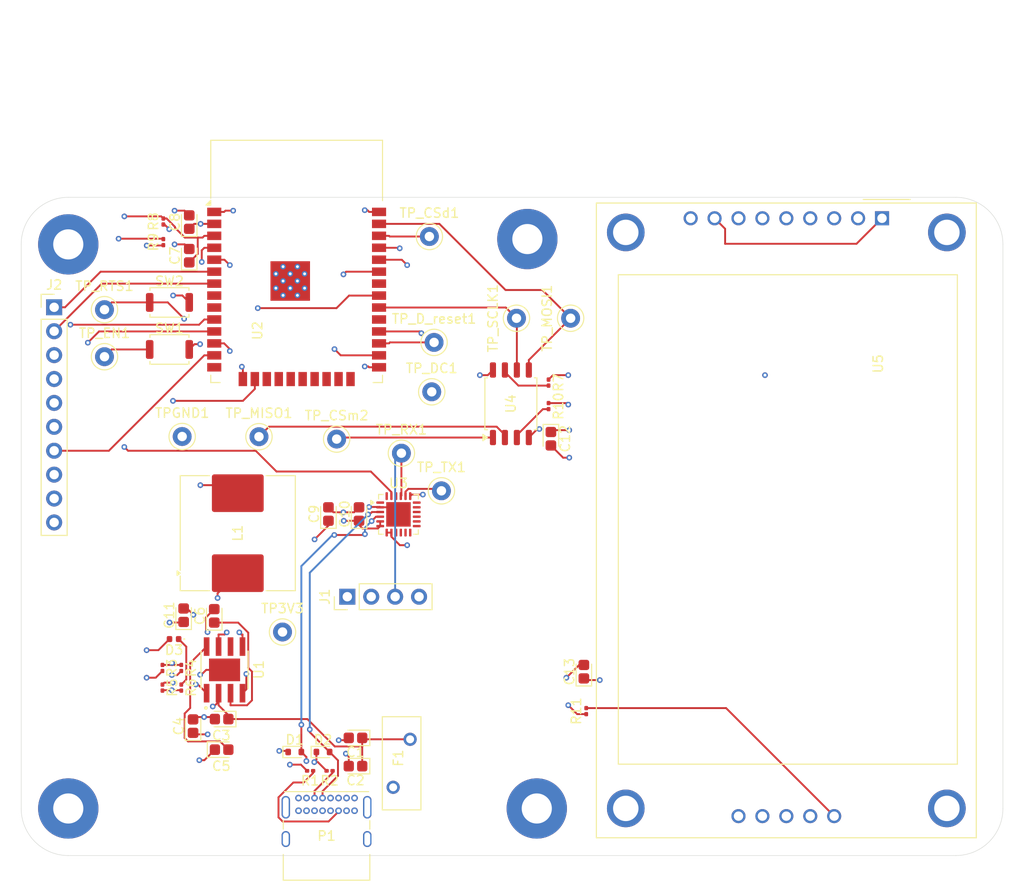
<source format=kicad_pcb>
(kicad_pcb (version 20241229) (generator "pcbnew") (generator_version "9.0")
  (layers (0 "F.Cu" signal "Top") (4 "In1.Cu" signal "GND") (6 "In2.Cu" signal "PWR") (2 "B.Cu" signal "Bottom") (13 "F.Paste" user) (15 "B.Paste" user) (5 "F.SilkS" user "F.Silkscreen") (7 "B.SilkS" user "B.Silkscreen") (1 "F.Mask" user) (3 "B.Mask" user) (25 "Edge.Cuts" user))
  (net 0 "")
  (net 1 "/5V_USB_POWER")
  (net 2 "GND")
  (net 3 "/3V3_MAIN")
  (net 4 "Net-(U1-BST)")
  (net 5 "Net-(U1-COMP)")
  (net 6 "Net-(C6-Pad2)")
  (net 7 "/DTR_EN")
  (net 8 "/D-")
  (net 9 "/D+")
  (net 10 "Net-(D3-K)")
  (net 11 "Net-(F1-Pad1)")
  (net 12 "/TX")
  (net 13 "/RX")
  (net 14 "/DA1_I1")
  (net 15 "/DA2T_IO3")
  (net 16 "/DA1_I0")
  (net 17 "/DA1_I3")
  (net 18 "/DA2C_IO1")
  (net 19 "/DA2T_IO2")
  (net 20 "/DA1_I2")
  (net 21 "/DA2T_IO1")
  (net 22 "/DA2C_IO2")
  (net 23 "/DA2T_IO0")
  (net 24 "Net-(U1-SW)")
  (net 25 "Net-(P1-CC)")
  (net 26 "Net-(P1-VCONN)")
  (net 27 "/FB")
  (net 28 "Net-(U4-~{HOLD}{slash}~{RESET}{slash}IO_{3})")
  (net 29 "/RTS_IO0")
  (net 30 "Net-(U4-~{WP}{slash}IO_{2})")
  (net 31 "Net-(U5-SD_CS)")
  (net 37 "/SCLK")
  (net 38 "/D_reset")
  (net 39 "/CSd")
  (net 40 "/CSm")
  (net 46 "/DC")
  (net 49 "/MOSI")
  (net 50 "/MISO")
  (footprint "LED_SMD:LED_0402_1005Metric" (layer "F.Cu") (at 106.985 112.5 180)
    (property "Reference" "D3")
    (property "Value" "LED" (hide yes))
  )
  (footprint "Capacitor_Tantalum_SMD:CP_EIA-1608-10_AVX-L" (layer "F.Cu") (at 147 91.215 -90)
    (property "Reference" "C12")
    (property "Value" "0.1µF" (hide yes))
  )
  (footprint "TestPoint:TestPoint_Keystone_5000-5004_Miniature" (layer "F.Cu") (at 118.5 111.75)
    (property "Reference" "TP3V3")
    (property "Value" "TestPoint" (hide yes))
  )
  (footprint "TestPoint:TestPoint_Keystone_5000-5004_Miniature" (layer "F.Cu") (at 149.095 78.4125 90)
    (property "Reference" "TP_MOSI1")
    (property "Value" "TestPoint" (hide yes))
  )
  (footprint "Resistor_SMD:R_0201_0603Metric" (layer "F.Cu") (at 105.75 117.655 -90)
    (property "Reference" "R5")
    (property "Value" "10KΩ" (hide yes))
  )
  (footprint "Package_DFN_QFN:QFN-24-1EP_4x4mm_P0.5mm_EP2.6x2.6mm" (layer "F.Cu") (at 130.8125 99.25)
    (property "Reference" "U3")
    (property "Value" "CP2102N-Axx-xQFN24" (hide yes))
  )
  (footprint "Diode_SMD:D_SOD-523" (layer "F.Cu") (at 119.8 124.5)
    (property "Reference" "D1")
    (property "Value" "ESD5Zxx" (hide yes))
  )
  (footprint "Display:CR2013-MI2120" (layer "F.Cu") (at 182.16 67.7925 -90)
    (property "Reference" "U5")
    (property "Value" "CR2013-MI2120" (hide yes))
  )
  (footprint "TestPoint:TestPoint_Keystone_5000-5004_Miniature" (layer "F.Cu") (at 134.345 86.23)
    (property "Reference" "TP_DC1")
    (property "Value" "TestPoint" (hide yes))
  )
  (footprint "Fuse:Fuse_BelFuse_0ZRE0025FF_L9.6mm_W3.8mm" (layer "F.Cu") (at 130.25 128.25 90)
    (property "Reference" "F1")
    (property "Value" "Fuse" (hide yes))
  )
  (footprint "TestPoint:TestPoint_Keystone_5000-5004_Miniature" (layer "F.Cu") (at 135.375 96.75)
    (property "Reference" "TP_TX1")
    (property "Value" "TestPoint" (hide yes))
  )
  (footprint "Package_SO:SOIC-8_5.3x5.3mm_P1.27mm" (layer "F.Cu") (at 142.75 87.5 90)
    (property "Reference" "U4")
    (property "Value" "W25Q128JVS" (hide yes))
  )
  (footprint "MountingHole:MountingHole_3.2mm_M3_Pad" (layer "F.Cu") (at 144.5 70)
    (property "Reference" "H4" (hide yes))
    (property "Value" "MountingHole" (hide yes))
  )
  (footprint "Button_Switch_SMD:SW_Push_SPST_NO_Alps_SKRK" (layer "F.Cu") (at 106.495 81.73)
    (property "Reference" "SW1")
    (property "Value" "SW_Push" (hide yes))
  )
  (footprint "Diode_SMD:D_SOD-523" (layer "F.Cu") (at 122.8 124.5)
    (property "Reference" "D2")
    (property "Value" "ESD5Zxx" (hide yes))
  )
  (footprint "TestPoint:TestPoint_Keystone_5000-5004_Miniature" (layer "F.Cu") (at 107.845 90.98)
    (property "Reference" "TPGND1")
    (property "Value" "TestPoint" (hide yes))
  )
  (footprint "Capacitor_Tantalum_SMD:CP_EIA-1608-10_AVX-L" (layer "F.Cu") (at 150.5 115.965 90)
    (property "Reference" "C13")
    (property "Value" "10uF" (hide yes))
  )
  (footprint "Capacitor_Tantalum_SMD:CP_EIA-1608-10_AVX-L" (layer "F.Cu") (at 112.035 124.25)
    (property "Reference" "C5")
    (property "Value" "22uF" (hide yes))
  )
  (footprint "Connector_PinHeader_2.54mm:PinHeader_1x04_P2.54mm_Vertical" (layer "F.Cu") (at 125.38 108 90)
    (property "Reference" "J1")
    (property "Value" "UART header")
  )
  (footprint "TestPoint:TestPoint_Keystone_5000-5004_Miniature" (layer "F.Cu") (at 99.595 77.5)
    (property "Reference" "TP_RTS1")
    (property "Value" "TestPoint" (hide yes))
  )
  (footprint "Resistor_SMD:R_0201_0603Metric" (layer "F.Cu") (at 105.75 115.57 90)
    (property "Reference" "R3")
    (property "Value" "31KΩ" (hide yes))
  )
  (footprint "TestPoint:TestPoint_Keystone_5000-5004_Miniature" (layer "F.Cu") (at 131.125 92.75)
    (property "Reference" "TP_RX1")
    (property "Value" "TestPoint" (hide yes))
  )
  (footprint "Connector_USB:USB_C_Receptacle_GCT_USB4085" (layer "F.Cu") (at 120.2 129.39)
    (property "Reference" "P1")
    (property "Value" "USB_C_Plug_USB2.0" (hide yes))
  )
  (footprint "Resistor_SMD:R_0201_0603Metric" (layer "F.Cu") (at 121.43 126.5 180)
    (property "Reference" "R1")
    (property "Value" "5.1KΩ" (hide yes))
  )
  (footprint "Resistor_SMD:R_0201_0603Metric" (layer "F.Cu") (at 105.845 70.325 90)
    (property "Reference" "R9")
    (property "Value" "10KΩ" (hide yes))
  )
  (footprint "TestPoint:TestPoint_Keystone_5000-5004_Miniature" (layer "F.Cu") (at 124.25 91.25)
    (property "Reference" "TP_CSm2")
    (property "Value" "TestPoint" (hide yes))
  )
  (footprint "TestPoint:TestPoint_Keystone_5000-5004_Miniature" (layer "F.Cu") (at 143.345 78.4125 90)
    (property "Reference" "TP_SCLK1")
    (property "Value" "TestPoint" (hide yes))
  )
  (footprint "Resistor_SMD:R_0201_0603Metric" (layer "F.Cu") (at 105.845 68.135 90)
    (property "Reference" "R8")
    (property "Value" "10KΩ" (hide yes))
  )
  (footprint "Capacitor_Tantalum_SMD:CP_EIA-1608-10_AVX-L" (layer "F.Cu") (at 126.25 123 180)
    (property "Reference" "C1")
    (property "Value" "10uF" (hide yes))
  )
  (footprint "Capacitor_Tantalum_SMD:CP_EIA-1608-10_AVX-L" (layer "F.Cu") (at 108.595 68.195 90)
    (property "Reference" "C8")
    (property "Value" "0.1µF" (hide yes))
  )
  (footprint "Capacitor_Tantalum_SMD:CP_EIA-1608-10_AVX-L" (layer "F.Cu") (at 123.375 99.215 90)
    (property "Reference" "C9")
    (property "Value" "0.1µF" (hide yes))
  )
  (footprint "Resistor_SMD:R_0201_0603Metric" (layer "F.Cu") (at 107.75 117.655 -90)
    (property "Reference" "R6")
    (property "Value" "1KΩ" (hide yes))
  )
  (footprint "Capacitor_Tantalum_SMD:CP_EIA-1608-10_AVX-L" (layer "F.Cu") (at 126.25 126 180)
    (property "Reference" "C2")
    (property "Value" "0.1uF" (hide yes))
  )
  (footprint "TestPoint:TestPoint_Keystone_5000-5004_Miniature" (layer "F.Cu") (at 99.595 82.5)
    (property "Reference" "TP_EN1")
    (property "Value" "TestPoint" (hide yes))
  )
  (footprint "Resistor_SMD:R_0201_0603Metric" (layer "F.Cu") (at 146.75 87.75 -90)
    (property "Reference" "R10")
    (property "Value" "10KΩ" (hide yes))
  )
  (footprint "Capacitor_Tantalum_SMD:CP_EIA-1608-10_AVX-L" (layer "F.Cu") (at 126.625 99.215 90)
    (property "Reference" "C10")
    (property "Value" "0.1µF" (hide yes))
  )
  (footprint "Button_Switch_SMD:SW_Push_SPST_NO_Alps_SKRK" (layer "F.Cu") (at 106.495 76.73)
    (property "Reference" "SW2")
    (property "Value" "SW_Push" (hide yes))
  )
  (footprint "TestPoint:TestPoint_Keystone_5000-5004_Miniature" (layer "F.Cu") (at 116 91)
    (property "Reference" "TP_MISO1")
    (property "Value" "TestPoint" (hide yes))
  )
  (footprint "MountingHole:MountingHole_3.2mm_M3_Pad" (layer "F.Cu") (at 95.75 70.565)
    (property "Reference" "H2" (hide yes))
    (property "Value" "MountingHole" (hide yes))
  )
  (footprint "TestPoint:TestPoint_Keystone_5000-5004_Miniature" (layer "F.Cu") (at 134.095 69.73)
    (property "Reference" "TP_CSd1")
    (property "Value" "TestPoint" (hide yes))
  )
  (footprint "Resistor_SMD:R_0201_0603Metric" (layer "F.Cu") (at 150.75 120.155 90)
    (property "Reference" "R11")
    (property "Value" "10KΩ" (hide yes))
  )
  (footprint "MountingHole:MountingHole_3.2mm_M3_Pad" (layer "F.Cu") (at 145.5 130.5)
    (property "Reference" "H3" (hide yes))
    (property "Value" "MountingHole" (hide yes))
  )
  (footprint "Resistor_SMD:R_0201_0603Metric" (layer "F.Cu") (at 107.75 115.57 -90)
    (property "Reference" "R4")
    (property "Value" "100KΩ" (hide yes))
  )
  (footprint "Capacitor_Tantalum_SMD:CP_EIA-1608-10_AVX-L" (layer "F.Cu") (at 108 109.965 90)
    (property "Reference" "C11")
    (property "Value" "22uF" (hide yes))
  )
  (footprint "MountingHole:MountingHole_3.2mm_M3_Pad" (layer "F.Cu") (at 95.75 130.5)
    (property "Reference" "H1" (hide yes))
    (property "Value" "MountingHole" (hide yes))
  )
  (footprint "Inductor_SMD:L_Coilcraft_MSS1246H-XXX" (layer "F.Cu") (at 113.75 101.25 90)
    (property "Reference" "L1")
    (property "Value" "3uH" (hide yes))
  )
  (footprint "Capacitor_Tantalum_SMD:CP_EIA-1608-10_AVX-L" (layer "F.Cu") (at 108.595 71.765 90)
    (property "Reference" "C7")
    (property "Value" "100nF" (hide yes))
  )
  (footprint "RF_Module:ESP32-WROOM-32" (layer "F.Cu") (at 120 75.365)
    (property "Reference" "U2")
    (property "Value" "ESP32-WROOM-32")
  )
  (footprint "TestPoint:TestPoint_Keystone_5000-5004_Miniature" (layer "F.Cu") (at 134.595 80.98)
    (property "Reference" "TP_D_reset1")
    (property "Value" "TestPoint" (hide yes))
  )
  (footprint "Capacitor_Tantalum_SMD:CP_EIA-1608-10_AVX-L" (layer "F.Cu") (at 112.035 121 180)
    (property "Reference" "C3")
    (property "Value" "10uF" (hide yes))
  )
  (footprint "Capacitor_Tantalum_SMD:CP_EIA-1608-10_AVX-L" (layer "F.Cu") (at 109 121.75 90)
    (property "Reference" "C4")
    (property "Value" "22uF" (hide yes))
  )
  (footprint "Capacitor_Tantalum_SMD:CP_EIA-1608-10_AVX-L" (layer "F.Cu") (at 111.25 110.035 90)
    (property "Reference" "C6")
    (property "Value" "10nF" (hide yes))
  )
  (footprint "Resistor_SMD:R_0201_0603Metric" (layer "F.Cu") (at 123.5 126.5 180)
    (property "Reference" "R2")
    (property "Value" "5.1KΩ" (hide yes))
  )
  (footprint "MP1584EN_Buck_convertor:MP1584EN_Buck_convertor" (layer "F.Cu") (at 112.345 115.775 90)
    (property "Reference" "U1")
    (property "Value" "MP1584EN-LF-Z" (hide yes))
  )
  (footprint "Connector_PinHeader_2.54mm:PinHeader_1x10_P2.54mm_Vertical" (layer "F.Cu") (at 94.25 77.25)
    (property "Reference" "J2")
    (property "Value" "GPIO")
  )
  (footprint "Resistor_SMD:R_0201_0603Metric" (layer "F.Cu") (at 146.75 85.25 -90)
    (property "Reference" "R7")
    (property "Value" "10KΩ" (hide yes))
  )
  (gr_arc (start 95.75 135.5) (mid 92.214466 134.035534) (end 90.75 130.5) (stroke (width 0.05)) (layer "Edge.Cuts"))
  (gr_line (start 195 70.565) (end 195 130.5) (stroke (width 0.05)) (layer "Edge.Cuts"))
  (gr_arc (start 195 130.5) (mid 193.535534 134.035534) (end 190 135.5) (stroke (width 0.05)) (layer "Edge.Cuts"))
  (gr_line (start 95.75 65.565) (end 190 65.565) (stroke (width 0.05)) (layer "Edge.Cuts"))
  (gr_line (start 190 135.5) (end 95.75 135.5) (stroke (width 0.05)) (layer "Edge.Cuts"))
  (gr_line (start 90.75 130.5) (end 90.75 70.565) (stroke (width 0.05)) (layer "Edge.Cuts"))
  (gr_arc (start 190 65.565) (mid 193.535534 67.029466) (end 195 70.565) (stroke (width 0.05)) (layer "Edge.Cuts"))
  (gr_arc (start 90.75 70.565) (mid 92.214466 67.029466) (end 95.75 65.565) (stroke (width 0.05)) (layer "Edge.Cuts"))
  (segment (start 132.05 123.15) (end 127.115 123.15) (width 0.2) (layer "F.Cu") (net 1))
  (segment (start 112.75 120.5767) (end 111.71 119.5367) (width 0.2) (layer "F.Cu") (net 1))
  (segment (start 111.71 112.0133) (end 112.3538 112.0133) (width 0.2) (layer "F.Cu") (net 1))
  (segment (start 126.965 123.9084) (end 124.0469 123.9084) (width 0.2) (layer "F.Cu") (net 1))
  (segment (start 126.965 123.9084) (end 126.965 123) (width 0.2) (layer "F.Cu") (net 1))
  (segment (start 112.3538 112.0133) (end 112.5759 111.7912) (width 0.2) (layer "F.Cu") (net 1))
  (segment (start 112.75 121) (end 112.75 120.5767) (width 0.2) (layer "F.Cu") (net 1))
  (segment (start 130.9643 102.5274) (end 131.7389 102.5274) (width 0.2) (layer "F.Cu") (net 1))
  (segment (start 121.1385 121) (end 112.75 121) (width 0.2) (layer "F.Cu") (net 1))
  (segment (start 111.71 113.3) (end 111.71 112.0133) (width 0.2) (layer "F.Cu") (net 1))
  (segment (start 130.0625 101.6256) (end 130.9643 102.5274) (width 0.2) (layer "F.Cu") (net 1))
  (segment (start 130.0625 101.1875) (end 129.5625 101.1875) (width 0.2) (layer "F.Cu") (net 1))
  (segment (start 111.71 119.1647) (end 111.71 119.5367) (width 0.2) (layer "F.Cu") (net 1))
  (segment (start 111.71 118.25) (end 111.71 119.1647) (width 0.2) (layer "F.Cu") (net 1))
  (segment (start 111.2142 119.6605) (end 111.71 119.1647) (width 0.2) (layer "F.Cu") (net 1))
  (segment (start 130.0625 101.1875) (end 130.0625 101.6256) (width 0.2) (layer "F.Cu") (net 1))
  (segment (start 127.115 123.15) (end 126.965 123) (width 0.2) (layer "F.Cu") (net 1))
  (segment (start 126.965 126) (end 126.965 123.9084) (width 0.2) (layer "F.Cu") (net 1))
  (segment (start 124.0469 123.9084) (end 121.1385 121) (width 0.2) (layer "F.Cu") (net 1))
  (segment (start 111.0912 119.6605) (end 111.2142 119.6605) (width 0.2) (layer "F.Cu") (net 1))
  (via (at 112.5759 111.7912) (size 0.6) (drill 0.3) (layers "F.Cu" "B.Cu") (net 1))
  (via (at 111.0912 119.6605) (size 0.6) (drill 0.3) (layers "F.Cu" "B.Cu") (net 1))
  (via (at 131.7389 102.5274) (size 0.6) (drill 0.3) (layers "F.Cu" "B.Cu") (net 1))
  (segment (start 113.2622 66.981) (end 112.4357 66.981) (width 0.2) (layer "F.Cu") (net 2))
  (segment (start 122.1 125.3502) (end 122.1 124.5) (width 0.2) (layer "F.Cu") (net 2))
  (segment (start 106.75 116.3202) (end 107.3198 116.3202) (width 0.2) (layer "F.Cu") (net 2))
  (segment (start 106.75 117.9348) (end 107.7098 117.9348) (width 0.2) (layer "F.Cu") (net 2))
  (segment (start 118.9807 124.3807) (end 119.1 124.5) (width 0.2) (layer "F.Cu") (net 2))
  (segment (start 125.2266 124.6724) (end 125.535 124.9808) (width 0.2) (layer "F.Cu") (net 2))
  (segment (start 114.1822 83.5618) (end 114.29 83.6696) (width 0.2) (layer "F.Cu") (net 2))
  (segment (start 107.7098 117.9348) (end 107.75 117.975) (width 0.2) (layer "F.Cu") (net 2))
  (segment (start 130.8125 99.25) (end 130.0625 98.5) (width 0.2) (layer "F.Cu") (net 2))
  (segment (start 109.2502 120.7848) (end 109 121.035) (width 0.2) (layer "F.Cu") (net 2))
  (segment (start 109.8835 116.2848) (end 110.3933 115.775) (width 0.2) (layer "F.Cu") (net 2))
  (segment (start 148.951 93.2266) (end 148.2966 93.2266) (width 0.2) (layer "F.Cu") (net 2))
  (segment (start 126.0921 99.0329) (end 126.625 98.5) (width 0.2) (layer "F.Cu") (net 2))
  (segment (start 110.17 120.7848) (end 109.2502 120.7848) (width 0.2) (layer "F.Cu") (net 2))
  (segment (start 107.0372 66.981) (end 108.096 66.981) (width 0.2) (layer "F.Cu") (net 2))
  (segment (start 148.6429 116.605) (end 149.9979 115.25) (width 0.2) (layer "F.Cu") (net 2))
  (segment (start 112.345 115.775) (end 110.3933 115.775) (width 0.2) (layer "F.Cu") (net 2))
  (segment (start 113.9116 111.7879) (end 114.137 112.0133) (width 0.2) (layer "F.Cu") (net 2))
  (segment (start 118.5575 74.455) (end 117.795 74.455) (width 0.2) (layer "F.Cu") (net 2))
  (segment (start 109.7479 81.1656) (end 109.1594 81.1656) (width 0.2) (layer "F.Cu") (net 2))
  (segment (start 145.5616 90.1809) (end 144.655 91.0875) (width 0.2) (layer "F.Cu") (net 2))
  (segment (start 122.2551 125.5751) (end 123.18 126.5) (width 0.2) (layer "F.Cu") (net 2))
  (segment (start 127.5133 66.93) (end 127.6983 67.115) (width 0.2) (layer "F.Cu") (net 2))
  (segment (start 118.5575 72.93) (end 117.795 72.93) (width 0.2) (layer "F.Cu") (net 2))
  (segment (start 107.8595 75.9945) (end 108.595 76.73) (width 0.2) (layer "F.Cu") (net 2))
  (segment (start 119.283 125.8418) (end 120.4518 125.8418) (width 0.2) (layer "F.Cu") (net 2))
  (segment (start 120.0825 72.93) (end 120.845 72.93) (width 0.2) (layer "F.Cu") (net 2))
  (segment (start 120.0825 74.455) (end 119.32 74.455) (width 0.2) (layer "F.Cu") (net 2))
  (segment (start 127.7002 98.4643) (end 128.8393 98.4643) (width 0.2) (layer "F.Cu") (net 2))
  (segment (start 125.289 123.246) (end 125.535 123) (width 0.2) (layer "F.Cu") (net 2))
  (segment (start 105.7902 117.9348) (end 106.75 117.9348) (width 0.2) (layer "F.Cu") (net 2))
  (segment (start 124.4642 123.246) (end 125.289 123.246) (width 0.2) (layer "F.Cu") (net 2))
  (segment (start 108.3682 109.25) (end 109.037 109.9188) (width 0.2) (layer "F.Cu") (net 2))
  (segment (start 127.7002 98.4643) (end 127.9138 98.4643) (width 0.2) (layer "F.Cu") (net 2))
  (segment (start 121.8751 125.5751) (end 122.2551 125.5751) (width 0.2) (layer "F.Cu") (net 2))
  (segment (start 120.4518 125.8418) (end 121.11 126.5) (width 0.2) (layer "F.Cu") (net 2))
  (segment (start 118.1541 124.3807) (end 118.9807 124.3807) (width 0.2) (layer "F.Cu") (net 2))
  (segment (start 111.32 121) (end 111.1048 120.7848) (width 0.2) (layer "F.Cu") (net 2))
  (segment (start 114.25 113.3) (end 114.25 112.0133) (width 0.2) (layer "F.Cu") (net 2))
  (segment (start 123.375 98.5) (end 123.9079 99.0329) (width 0.2) (layer "F.Cu") (net 2))
  (segment (start 111.25 67.115) (end 112.3017 67.115) (width 0.2) (layer "F.Cu") (net 2))
  (segment (start 107.0372 70.5642) (end 108.1092 70.5642) (width 0.2) (layer "F.Cu") (net 2))
  (segment (start 128.75 67.115) (end 127.6983 67.115) (width 0.2) (layer "F.Cu") (net 2))
  (segment (start 145.7746 90.1809) (end 145.5616 90.1809) (width 0.2) (layer "F.Cu") (net 2))
  (segment (start 108 109.25) (end 108.3682 109.25) (width 0.2) (layer "F.Cu") (net 2))
  (segment (start 107.3198 116.3202) (end 107.75 115.89) (width 0.2) (layer "F.Cu") (net 2))
  (segment (start 127.2308 66.93) (end 127.5133 66.93) (width 0.2) (layer "F.Cu") (net 2))
  (segment (start 124.9617 99.0329) (end 126.0921 99.0329) (width 0.2) (layer "F.Cu") (net 2))
  (segment (start 109.1594 81.1656) (end 108.595 81.73) (width 0.2) (layer "F.Cu") (net 2))
  (segment (start 120.0825 75.98) (end 119.32 75.98) (width 0.2) (layer "F.Cu") (net 2))
  (segment (start 112.4357 66.981) (end 112.3017 67.115) (width 0.2) (layer "F.Cu") (net 2))
  (segment (start 121.8751 125.5751) (end 122.1 125.3502) (width 0.2) (layer "F.Cu") (net 2))
  (segment (start 114.137 112.0133) (end 114.25 112.0133) (width 0.2) (layer "F.Cu") (net 2))
  (segment (start 111.1048 120.7848) (end 110.17 120.7848) (width 0.2) (layer "F.Cu") (net 2))
  (segment (start 148.2966 93.2266) (end 147 91.93) (width 0.2) (layer "F.Cu") (net 2))
  (segment (start 106.8829 75.9945) (end 107.8595 75.9945) (width 0.2) (layer "F.Cu") (net 2))
  (segment (start 114.29 83.6696) (end 114.29 84.875) (width 0.2) (layer "F.Cu") (net 2))
  (segment (start 108.096 66.981) (end 108.595 67.48) (width 0.2) (layer "F.Cu") (net 2))
  (segment (start 127.9138 98.4643) (end 127.7002 98.4643) (width 0.2) (layer "F.Cu") (net 2))
  (segment (start 128.8393 98.4643) (end 128.875 98.5) (width 0.2) (layer "F.Cu") (net 2))
  (segment (start 109.7502 116.2848) (end 109.8835 116.2848) (width 0.2) (layer "F.Cu") (net 2))
  (segment (start 149.9979 115.25) (end 150.5 115.25) (width 0.2) (layer "F.Cu") (net 2))
  (segment (start 118.5575 75.98) (end 117.795 75.98) (width 0.2) (layer "F.Cu") (net 2))
  (segment (start 123.9079 99.0329) (end 124.9617 99.0329) (width 0.2) (layer "F.Cu") (net 2))
  (segment (start 125.535 124.9808) (end 125.535 126) (width 0.2) (layer "F.Cu") (net 2))
  (segment (start 108.1092 70.5642) (end 108.595 71.05) (width 0.2) (layer "F.Cu") (net 2))
  (segment (start 105.75 117.975) (end 105.7902 117.9348) (width 0.2) (layer "F.Cu") (net 2))
  (segment (start 130.0625 98.5) (end 128.875 98.5) (width 0.2) (layer "F.Cu") (net 2))
  (via (at 114.1822 83.5618) (size 0.6) (drill 0.3) (layers "F.Cu" "B.Cu") (net 2))
  (via (at 145.7746 90.1809) (size 0.6) (drill 0.3) (layers "F.Cu" "B.Cu") (net 2))
  (via (at 124.9617 99.0329) (size 0.6) (drill 0.3) (layers "F.Cu" "B.Cu") (net 2))
  (via (at 113.9116 111.7879) (size 0.6) (drill 0.3) (layers "F.Cu" "B.Cu") (net 2))
  (via (at 121.8751 125.5751) (size 0.6) (drill 0.3) (layers "F.Cu" "B.Cu") (net 2))
  (via (at 107.0372 70.5642) (size 0.6) (drill 0.3) (layers "F.Cu" "B.Cu") (net 2))
  (via (at 148.951 93.2266) (size 0.6) (drill 0.3) (layers "F.Cu" "B.Cu") (net 2))
  (via (at 106.75 116.3202) (size 0.6) (drill 0.3) (layers "F.Cu" "B.Cu") (net 2))
  (via (at 107.0372 66.981) (size 0.6) (drill 0.3) (layers "F.Cu" "B.Cu") (net 2))
  (via (at 119.283 125.8418) (size 0.6) (drill 0.3) (layers "F.Cu" "B.Cu") (net 2))
  (via (at 110.17 120.7848) (size 0.6) (drill 0.3) (layers "F.Cu" "B.Cu") (net 2))
  (via (at 106.75 117.9348) (size 0.6) (drill 0.3) (layers "F.Cu" "B.Cu") (net 2))
  (via (at 106.8829 75.9945) (size 0.6) (drill 0.3) (layers "F.Cu" "B.Cu") (net 2))
  (via (at 127.2308 66.93) (size 0.6) (drill 0.3) (layers "F.Cu" "B.Cu") (net 2))
  (via (at 118.1541 124.3807) (size 0.6) (drill 0.3) (layers "F.Cu" "B.Cu") (net 2))
  (via (at 109.7479 81.1656) (size 0.6) (drill 0.3) (layers "F.Cu" "B.Cu") (net 2))
  (via (at 113.2622 66.981) (size 0.6) (drill 0.3) (layers "F.Cu" "B.Cu") (net 2))
  (via (at 109.037 109.9188) (size 0.6) (drill 0.3) (layers "F.Cu" "B.Cu") (net 2))
  (via (at 109.7502 116.2848) (size 0.6) (drill 0.3) (layers "F.Cu" "B.Cu") (net 2))
  (via (at 125.2266 124.6724) (size 0.6) (drill 0.3) (layers "F.Cu" "B.Cu") (net 2))
  (via (at 127.7002 98.4643) (size 0.6) (drill 0.3) (layers "F.Cu" "B.Cu") (net 2))
  (via (at 124.4642 123.246) (size 0.6) (drill 0.3) (layers "F.Cu" "B.Cu") (net 2))
  (via (at 148.6429 116.605) (size 0.6) (drill 0.3) (layers "F.Cu" "B.Cu") (net 2))
  (segment (start 109.8024 68.385) (end 109.12 68.385) (width 0.2) (layer "F.Cu") (net 3))
  (segment (start 109.12 68.385) (end 108.595 68.91) (width 0.2) (layer "F.Cu") (net 3))
  (segment (start 105.8057 70.6843) (end 105.845 70.645) (width 0.2) (layer "F.Cu") (net 3))
  (segment (start 109.1584 122.6234) (end 109 122.465) (width 0.2) (layer "F.Cu") (net 3))
  (segment (start 148.8439 119.5273) (end 149.7916 120.475) (width 0.2) (layer "F.Cu") (net 3))
  (segment (start 121.9042 101.9126) (end 123.375 100.4418) (width 0.2) (layer "F.Cu") (net 3))
  (segment (start 149.7916 120.475) (end 150.75 120.475) (width 0.2) (layer "F.Cu") (net 3))
  (segment (start 104.0794 70.6843) (end 105.8057 70.6843) (width 0.2) (layer "F.Cu") (net 3))
  (segment (start 148.6873 87.43) (end 146.75 87.43) (width 0.2) (layer "F.Cu") (net 3))
  (segment (start 105.9717 68.455) (end 106.4704 68.9537) (width 0.2) (layer "F.Cu") (net 3))
  (segment (start 106.5 112.5) (end 105.3173 113.6827) (width 0.2) (layer "F.Cu") (net 3))
  (segment (start 165.5 68.9125) (end 164.38 67.7925) (width 0.2) (layer "F.Cu") (net 3))
  (segment (start 105.845 68.455) (end 105.9717 68.455) (width 0.2) (layer "F.Cu") (net 3))
  (segment (start 152.1932 116.8575) (end 150.6775 116.8575) (width 0.2) (layer "F.Cu") (net 3))
  (segment (start 150.6775 116.8575) (end 150.5 116.68) (width 0.2) (layer "F.Cu") (net 3))
  (segment (start 107.9407 110.7393) (end 108 110.68) (width 0.2) (layer "F.Cu") (net 3))
  (segment (start 110.2992 68.385) (end 109.8024 68.385) (width 0.2) (layer "F.Cu") (net 3))
  (segment (start 112.8989 96.1489) (end 113.75 97) (width 0.2) (layer "F.Cu") (net 3))
  (segment (start 128.625 100.75) (end 128.875 100.5) (width 0.2) (layer "F.Cu") (net 3))
  (segment (start 111.25 68.385) (end 110.2992 68.385) (width 0.2) (layer "F.Cu") (net 3))
  (segment (start 148.951 90.3043) (end 147.1957 90.3043) (width 0.2) (layer "F.Cu") (net 3))
  (segment (start 148.8439 84.4597) (end 147.2203 84.4597) (width 0.2) (layer "F.Cu") (net 3))
  (segment (start 182.16 67.7925) (end 179.4525 70.5) (width 0.2) (layer "F.Cu") (net 3))
  (segment (start 109.7774 96.1489) (end 112.8989 96.1489) (width 0.2) (layer "F.Cu") (net 3))
  (segment (start 126.625 100.375) (end 127 100.75) (width 0.2) (layer "F.Cu") (net 3))
  (segment (start 125.0032 99.9326) (end 126.6224 99.9326) (width 0.2) (layer "F.Cu") (net 3))
  (segment (start 179.4525 70.5) (end 165.5 70.5) (width 0.2) (layer "F.Cu") (net 3))
  (segment (start 109.6649 125.3719) (end 110.1981 125.3719) (width 0.2) (layer "F.Cu") (net 3))
  (segment (start 165.5 70.5) (end 165.5 68.9125) (width 0.2) (layer "F.Cu") (net 3))
  (segment (start 147.1957 90.3043) (end 147 90.5) (width 0.2) (layer "F.Cu") (net 3))
  (segment (start 147.2203 84.4597) (end 146.75 84.93) (width 0.2) (layer "F.Cu") (net 3))
  (segment (start 105.035 116.605) (end 105.75 115.89) (width 0.2) (layer "F.Cu") (net 3))
  (segment (start 128.875 100) (end 128.875 100.5) (width 0.2) (layer "F.Cu") (net 3))
  (segment (start 148.8439 87.5866) (end 148.6873 87.43) (width 0.2) (layer "F.Cu") (net 3))
  (segment (start 139.4591 84.4597) (end 140.2978 84.4597) (width 0.2) (layer "F.Cu") (net 3))
  (segment (start 123.375 100.4418) (end 123.375 99.93) (width 0.2) (layer "F.Cu") (net 3))
  (segment (start 127 100.75) (end 128.625 100.75) (width 0.2) (layer "F.Cu") (net 3))
  (segment (start 140.2978 84.4597) (end 140.845 83.9125) (width 0.2) (layer "F.Cu") (net 3))
  (segment (start 126.6224 99.9326) (end 126.625 99.93) (width 0.2) (layer "F.Cu") (net 3))
  (segment (start 106.5028 110.7393) (end 107.9407 110.7393) (width 0.2) (layer "F.Cu") (net 3))
  (segment (start 110.5531 122.6234) (end 109.1584 122.6234) (width 0.2) (layer "F.Cu") (net 3))
  (segment (start 104.0684 116.605) (end 105.035 116.605) (width 0.2) (layer "F.Cu") (net 3))
  (segment (start 126.625 99.93) (end 126.625 100.375) (width 0.2) (layer "F.Cu") (net 3))
  (segment (start 110.1981 125.3719) (end 111.32 124.25) (width 0.2) (layer "F.Cu") (net 3))
  (segment (start 105.3173 113.6827) (end 104.0684 113.6827) (width 0.2) (layer "F.Cu") (net 3))
  (via (at 121.9042 101.9126) (size 0.6) (drill 0.3) (layers "F.Cu" "B.Cu") (net 3))
  (via (at 139.4591 84.4597) (size 0.6) (drill 0.3) (layers "F.Cu" "B.Cu") (net 3))
  (via (at 109.6649 125.3719) (size 0.6) (drill 0.3) (layers "F.Cu" "B.Cu") (net 3))
  (via (at 125.0032 99.9326) (size 0.6) (drill 0.3) (layers "F.Cu" "B.Cu") (net 3))
  (via (at 104.0794 70.6843) (size 0.6) (drill 0.3) (layers "F.Cu" "B.Cu") (net 3))
  (via (at 104.0684 116.605) (size 0.6) (drill 0.3) (layers "F.Cu" "B.Cu") (net 3))
  (via (at 106.4704 68.9537) (size 0.6) (drill 0.3) (layers "F.Cu" "B.Cu") (net 3))
  (via (at 109.8024 68.385) (size 0.6) (drill 0.3) (layers "F.Cu" "B.Cu") (net 3))
  (via (at 148.951 90.3043) (size 0.6) (drill 0.3) (layers "F.Cu" "B.Cu") (net 3))
  (via (at 109.7774 96.1489) (size 0.6) (drill 0.3) (layers "F.Cu" "B.Cu") (net 3))
  (via (at 106.5028 110.7393) (size 0.6) (drill 0.3) (layers "F.Cu" "B.Cu") (net 3))
  (via (at 110.5531 122.6234) (size 0.6) (drill 0.3) (layers "F.Cu" "B.Cu") (net 3))
  (via (at 152.1932 116.8575) (size 0.6) (drill 0.3) (layers "F.Cu" "B.Cu") (net 3))
  (via (at 148.8439 87.5866) (size 0.6) (drill 0.3) (layers "F.Cu" "B.Cu") (net 3))
  (via (at 148.8439 119.5273) (size 0.6) (drill 0.3) (layers "F.Cu" "B.Cu") (net 3))
  (via (at 148.8439 84.4597) (size 0.6) (drill 0.3) (layers "F.Cu" "B.Cu") (net 3))
  (via (at 104.0684 113.6827) (size 0.6) (drill 0.3) (layers "F.Cu" "B.Cu") (net 3))
  (segment (start 111.8725 123.3725) (end 112.75 124.25) (width 0.2) (layer "F.Cu") (net 4))
  (segment (start 110.44 113.3) (end 108.6968 115.0432) (width 0.2) (layer "F.Cu") (net 4))
  (segment (start 108.6968 119.8218) (end 108.11 120.4086) (width 0.2) (layer "F.Cu") (net 4))
  (segment (start 108.11 120.4086) (end 108.11 123.0136) (width 0.2) (layer "F.Cu") (net 4))
  (segment (start 108.4689 123.3725) (end 111.8725 123.3725) (width 0.2) (layer "F.Cu") (net 4))
  (segment (start 108.11 123.0136) (end 108.4689 123.3725) (width 0.2) (layer "F.Cu") (net 4))
  (segment (start 108.6968 115.0432) (end 108.6968 119.8218) (width 0.2) (layer "F.Cu") (net 4))
  (segment (start 115.2572 115.9552) (end 114.8611 115.5591) (width 0.2) (layer "F.Cu") (net 5))
  (segment (start 115.2572 119.0051) (end 115.2572 115.9552) (width 0.2) (layer "F.Cu") (net 5))
  (segment (start 114.861 115.5591) (end 114.861 111.8226) (width 0.2) (layer "F.Cu") (net 5))
  (segment (start 114.8611 115.5591) (end 114.861 115.5591) (width 0.2) (layer "F.Cu") (net 5))
  (segment (start 113.7884 110.75) (end 111.25 110.75) (width 0.2) (layer "F.Cu") (net 5))
  (segment (start 112.98 119.5367) (end 114.7256 119.5367) (width 0.2) (layer "F.Cu") (net 5))
  (segment (start 112.98 118.25) (end 112.98 119.5367) (width 0.2) (layer "F.Cu") (net 5))
  (segment (start 114.861 111.8226) (end 113.7884 110.75) (width 0.2) (layer "F.Cu") (net 5))
  (segment (start 114.7256 119.5367) (end 115.2572 119.0051) (width 0.2) (layer "F.Cu") (net 5))
  (segment (start 111.25 109.32) (end 110.3823 110.1877) (width 0.2) (layer "F.Cu") (net 6))
  (segment (start 110.3823 110.1877) (end 110.3823 111.6028) (width 0.2) (layer "F.Cu") (net 6))
  (segment (start 105.75 117.335) (end 105.9567 117.1283) (width 0.2) (layer "F.Cu") (net 6))
  (segment (start 110.3823 111.6028) (end 110.5383 111.7588) (width 0.2) (layer "F.Cu") (net 6))
  (segment (start 105.9567 117.1283) (end 106.8436 117.1283) (width 0.2) (layer "F.Cu") (net 6))
  (via (at 110.5383 111.7588) (size 0.6) (drill 0.3) (layers "F.Cu" "B.Cu") (net 6))
  (via (at 106.8436 117.1283) (size 0.6) (drill 0.3) (layers "F.Cu" "B.Cu") (net 6))
  (segment (start 115.6511 92.4898) (end 102.0996 92.4898) (width 0.2) (layer "F.Cu") (net 7))
  (segment (start 107.0722 68.6968) (end 106.1904 67.815) (width 0.2) (layer "F.Cu") (net 7))
  (segment (start 102.0996 92.4898) (end 101.7007 92.0909) (width 0.2) (layer "F.Cu") (net 7))
  (segment (start 107.0722 68.7862) (end 107.0722 68.6968) (width 0.2) (layer "F.Cu") (net 7))
  (segment (start 110.1983 69.655) (end 110.0111 69.8422) (width 0.2) (layer "F.Cu") (net 7))
  (segment (start 101.7037 67.5896) (end 105.6196 67.5896) (width 0.2) (layer "F.Cu") (net 7))
  (segment (start 130.0625 96.884) (end 127.8773 94.6988) (width 0.2) (layer "F.Cu") (net 7))
  (segment (start 111.25 69.655) (end 110.1983 69.655) (width 0.2) (layer "F.Cu") (net 7))
  (segment (start 109.4969 71.5781) (end 109.4969 69.8422) (width 0.2) (layer "F.Cu") (net 7))
  (segment (start 109.4969 69.8422) (end 108.1282 69.8422) (width 0.2) (layer "F.Cu") (net 7))
  (segment (start 108.1282 69.8422) (end 107.0722 68.7862) (width 0.2) (layer "F.Cu") (net 7))
  (segment (start 130.0625 97.3125) (end 130.0625 96.884) (width 0.2) (layer "F.Cu") (net 7))
  (segment (start 104.395 81.73) (end 100.365 81.73) (width 0.2) (layer "F.Cu") (net 7))
  (segment (start 117.8601 94.6988) (end 115.6511 92.4898) (width 0.2) (layer "F.Cu") (net 7))
  (segment (start 100.365 81.73) (end 99.595 82.5) (width 0.2) (layer "F.Cu") (net 7))
  (segment (start 127.8773 94.6988) (end 117.8601 94.6988) (width 0.2) (layer "F.Cu") (net 7))
  (segment (start 105.6196 67.5896) (end 105.845 67.815) (width 0.2) (layer "F.Cu") (net 7))
  (segment (start 108.595 72.48) (end 109.4969 71.5781) (width 0.2) (layer "F.Cu") (net 7))
  (segment (start 110.0111 69.8422) (end 109.4969 69.8422) (width 0.2) (layer "F.Cu") (net 7))
  (segment (start 106.1904 67.815) (end 105.845 67.815) (width 0.2) (layer "F.Cu") (net 7))
  (via (at 101.7007 92.0909) (size 0.6) (drill 0.3) (layers "F.Cu" "B.Cu") (net 7))
  (via (at 101.7037 67.5896) (size 0.6) (drill 0.3) (layers "F.Cu" "B.Cu") (net 7))
  (segment (start 120.5 124.5) (end 120.5 121.6) (width 0.2) (layer "F.Cu") (net 8))
  (segment (start 120.5 124.5) (end 121.0341 125.0341) (width 0.2) (layer "F.Cu") (net 8))
  (segment (start 124 101.442485) (end 127.057515 101.442485) (width 0.2) (layer "F.Cu") (net 8))
  (segment (start 127.057515 101.442485) (end 127.15 101.35) (width 0.2) (layer "F.Cu") (net 8))
  (segment (start 128.42659 99.5) (end 128.875 99.5) (width 0.2) (layer "F.Cu") (net 8))
  (segment (start 127.9625 99.96409) (end 128.42659 99.5) (width 0.2) (layer "F.Cu") (net 8))
  (segment (start 121.0341 125.0341) (end 121.0341 125.463) (width 0.2) (layer "F.Cu") (net 8))
  (segment (start 127.15 101.35) (end 127.25 101.35) (width 0.2) (layer "F.Cu") (net 8))
  (via (at 127.9625 99.96409) (size 0.6) (drill 0.3) (layers "F.Cu" "B.Cu") (net 8))
  (via (at 120.5 121.6) (size 0.6) (drill 0.3) (layers "F.Cu" "B.Cu") (net 8))
  (via (at 121.0341 125.463) (size 0.6) (drill 0.3) (layers "F.Cu" "B.Cu") (net 8))
  (via (at 127.25 101.35) (size 0.6) (drill 0.3) (layers "F.Cu" "B.Cu") (net 8))
  (via (at 124 101.442485) (size 0.6) (drill 0.3) (layers "F.Cu" "B.Cu") (net 8))
  (segment (start 127.25 101.35) (end 127.25 100.67659) (width 0.2) (layer "B.Cu") (net 8))
  (segment (start 120.5 104.75) (end 120.5 121.6) (width 0.2) (layer "B.Cu") (net 8))
  (segment (start 124 101.442485) (end 123.807515 101.442485) (width 0.2) (layer "B.Cu") (net 8))
  (segment (start 123.807515 101.442485) (end 120.5 104.75) (width 0.2) (layer "B.Cu") (net 8))
  (segment (start 127.25 100.67659) (end 127.9625 99.96409) (width 0.2) (layer "B.Cu") (net 8))
  (segment (start 123.5 124.5) (end 121.394985 122.394985) (width 0.2) (layer "F.Cu") (net 9))
  (segment (start 122.75 129.39) (end 122.75 128.6685) (width 0.2) (layer "F.Cu") (net 9))
  (segment (start 121.394985 122.394985) (end 121.394985 122.105015) (width 0.2) (layer "F.Cu") (net 9))
  (segment (start 128 99) (end 128.875 99) (width 0.2) (layer "F.Cu") (net 9))
  (segment (start 122.75 128.6685) (end 124.3891 127.0294) (width 0.2) (layer "F.Cu") (net 9))
  (segment (start 124.3891 125.3891) (end 123.5 124.5) (width 0.2) (layer "F.Cu") (net 9))
  (segment (start 124.3891 127.0294) (end 124.3891 125.3891) (width 0.2) (layer "F.Cu") (net 9))
  (segment (start 127.743446 99.256554) (end 128 99) (width 0.2) (layer "F.Cu") (net 9))
  (segment (start 127.589148 99.256554) (end 127.743446 99.256554) (width 0.2) (layer "F.Cu") (net 9))
  (via (at 127.589148 99.256554) (size 0.6) (drill 0.3) (layers "F.Cu" "B.Cu") (net 9))
  (via (at 121.394985 122.105015) (size 0.6) (drill 0.3) (layers "F.Cu" "B.Cu") (net 9))
  (segment (start 121.394985 122.105015) (end 121.394985 105.450717) (width 0.2) (layer "B.Cu") (net 9))
  (segment (start 121.394985 105.450717) (end 127.589148 99.256554) (width 0.2) (layer "B.Cu") (net 9))
  (segment (start 108.2799 116.8051) (end 108.2799 113.3099) (width 0.2) (layer "F.Cu") (net 10))
  (segment (start 108.2799 113.3099) (end 107.47 112.5) (width 0.2) (layer "F.Cu") (net 10))
  (segment (start 107.75 117.335) (end 108.2799 116.8051) (width 0.2) (layer "F.Cu") (net 10))
  (segment (start 131.8556 96.5449) (end 131.5625 96.838) (width 0.2) (layer "F.Cu") (net 12))
  (segment (start 128.75 72.195) (end 131.1634 72.195) (width 0.2) (layer "F.Cu") (net 12))
  (segment (start 135.1699 96.5449) (end 131.8556 96.5449) (width 0.2) (layer "F.Cu") (net 12))
  (segment (start 131.5625 96.838) (end 131.5625 97.3125) (width 0.2) (layer "F.Cu") (net 12))
  (segment (start 131.1634 72.195) (end 131.7389 72.7705) (width 0.2) (layer "F.Cu") (net 12))
  (segment (start 135.375 96.75) (end 135.1699 96.5449) (width 0.2) (layer "F.Cu") (net 12))
  (via (at 131.7389 72.7705) (size 0.6) (drill 0.3) (layers "F.Cu" "B.Cu") (net 12))
  (segment (start 128.75 70.925) (end 130.8908 70.925) (width 0.2) (layer "F.Cu") (net 13))
  (segment (start 131.125 92.75) (end 131.125 97.25) (width 0.2) (layer "F.Cu") (net 13))
  (segment (start 130.8908 70.925) (end 130.9475 70.9817) (width 0.2) (layer "F.Cu") (net 13))
  (segment (start 131.125 97.25) (end 131.0625 97.3125) (width 0.2) (layer "F.Cu") (net 13))
  (via (at 130.9475 70.9817) (size 0.6) (drill 0.3) (layers "F.Cu" "B.Cu") (net 13))
  (segment (start 130.46 108) (end 130.46 93.415) (width 0.2) (layer "B.Cu") (net 13))
  (segment (start 130.46 93.415) (end 131.125 92.75) (width 0.2) (layer "B.Cu") (net 13))
  (segment (start 111.25 74.735) (end 99.305 74.735) (width 0.2) (layer "F.Cu") (net 14))
  (segment (start 99.305 74.735) (end 94.25 79.79) (width 0.2) (layer "F.Cu") (net 14))
  (segment (start 112.9029 81.8967) (end 112.9029 81.6862) (width 0.2) (layer "F.Cu") (net 15))
  (segment (start 111.25 81.085) (end 112.3017 81.085) (width 0.2) (layer "F.Cu") (net 15))
  (segment (start 112.9029 81.6862) (end 112.3017 81.085) (width 0.2) (layer "F.Cu") (net 15))
  (via (at 112.9029 81.8967) (size 0.6) (drill 0.3) (layers "F.Cu" "B.Cu") (net 15))
  (segment (start 99.1867 73.465) (end 95.4017 77.25) (width 0.2) (layer "F.Cu") (net 16))
  (segment (start 111.25 73.465) (end 99.1867 73.465) (width 0.2) (layer "F.Cu") (net 16))
  (segment (start 94.25 77.25) (end 95.4017 77.25) (width 0.2) (layer "F.Cu") (net 16))
  (segment (start 112.9057 72.7705) (end 112.3302 72.195) (width 0.2) (layer "F.Cu") (net 17))
  (segment (start 112.3302 72.195) (end 111.25 72.195) (width 0.2) (layer "F.Cu") (net 17))
  (via (at 112.9057 72.7705) (size 0.6) (drill 0.3) (layers "F.Cu" "B.Cu") (net 17))
  (segment (start 111.25 78.545) (end 110.1983 78.545) (width 0.2) (layer "F.Cu") (net 18))
  (segment (start 109.6457 79.0976) (end 95.9771 79.0976) (width 0.2) (layer "F.Cu") (net 18))
  (segment (start 110.1983 78.545) (end 109.6457 79.0976) (width 0.2) (layer "F.Cu") (net 18))
  (via (at 95.9771 79.0976) (size 0.6) (drill 0.3) (layers "F.Cu" "B.Cu") (net 18))
  (segment (start 111.25 82.355) (end 110.1983 82.355) (width 0.2) (layer "F.Cu") (net 19))
  (segment (start 94.25 92.49) (end 100.0633 92.49) (width 0.2) (layer "F.Cu") (net 19))
  (segment (start 100.0633 92.49) (end 110.1983 82.355) (width 0.2) (layer "F.Cu") (net 19))
  (segment (start 109.9238 71.1995) (end 110.1983 70.925) (width 0.2) (layer "F.Cu") (net 20))
  (segment (start 111.25 70.925) (end 110.1983 70.925) (width 0.2) (layer "F.Cu") (net 20))
  (segment (start 109.9238 72.4304) (end 109.9238 71.1995) (width 0.2) (layer "F.Cu") (net 20))
  (via (at 109.9238 72.4304) (size 0.6) (drill 0.3) (layers "F.Cu" "B.Cu") (net 20))
  (segment (start 106.8713 87.1897) (end 114.297 87.1897) (width 0.2) (layer "F.Cu") (net 21))
  (segment (start 115.56 84.875) (end 115.56 85.9267) (width 0.2) (layer "F.Cu") (net 21))
  (segment (start 114.297 87.1897) (end 115.56 85.9267) (width 0.2) (layer "F.Cu") (net 21))
  (via (at 106.8713 87.1897) (size 0.6) (drill 0.3) (layers "F.Cu" "B.Cu") (net 21))
  (segment (start 97.8265 81.0078) (end 99.0193 79.815) (width 0.2) (layer "F.Cu") (net 22))
  (segment (start 99.0193 79.815) (end 111.25 79.815) (width 0.2) (layer "F.Cu") (net 22))
  (via (at 97.8265 81.0078) (size 0.6) (drill 0.3) (layers "F.Cu" "B.Cu") (net 22))
  (segment (start 124.6808 82.355) (end 128.75 82.355) (width 0.2) (layer "F.Cu") (net 23))
  (segment (start 124.0183 81.6925) (end 124.6808 82.355) (width 0.2) (layer "F.Cu") (net 23))
  (via (at 124.0183 81.6925) (size 0.6) (drill 0.3) (layers "F.Cu" "B.Cu") (net 23))
  (segment (start 109.5163 117.3263) (end 110.44 118.25) (width 0.2) (layer "F.Cu") (net 24))
  (segment (start 109.2985 117.3263) (end 109.5163 117.3263) (width 0.2) (layer "F.Cu") (net 24))
  (segment (start 111.6045 107.6455) (end 111.6045 108.1374) (width 0.2) (layer "F.Cu") (net 24))
  (segment (start 113.75 105.5) (end 111.6045 107.6455) (width 0.2) (layer "F.Cu") (net 24))
  (via (at 111.6045 108.1374) (size 0.6) (drill 0.3) (layers "F.Cu" "B.Cu") (net 24))
  (via (at 109.2985 117.3263) (size 0.6) (drill 0.3) (layers "F.Cu" "B.Cu") (net 24))
  (segment (start 123.82 126.5) (end 123.82 126.712) (width 0.2) (layer "F.Cu") (net 25))
  (segment (start 121.9 128.632) (end 121.9 129.39) (width 0.2) (layer "F.Cu") (net 25))
  (segment (start 123.82 126.712) (end 121.9 128.632) (width 0.2) (layer "F.Cu") (net 25))
  (segment (start 120.7456 127.7363) (end 119.6553 127.7363) (width 0.2) (layer "F.Cu") (net 26))
  (segment (start 121.75 126.7319) (end 120.7456 127.7363) (width 0.2) (layer "F.Cu") (net 26))
  (segment (start 121.75 126.5) (end 121.75 126.7319) (width 0.2) (layer "F.Cu") (net 26))
  (segment (start 118.0728 129.3188) (end 118.0728 131.4408) (width 0.2) (layer "F.Cu") (net 26))
  (segment (start 118.5116 131.8796) (end 123.3917 131.8796) (width 0.2) (layer "F.Cu") (net 26))
  (segment (start 118.0728 131.4408) (end 118.5116 131.8796) (width 0.2) (layer "F.Cu") (net 26))
  (segment (start 124.45 130.8213) (end 124.45 130.74) (width 0.2) (layer "F.Cu") (net 26))
  (segment (start 119.6553 127.7363) (end 118.0728 129.3188) (width 0.2) (layer "F.Cu") (net 26))
  (segment (start 123.3917 131.8796) (end 124.45 130.8213) (width 0.2) (layer "F.Cu") (net 26))
  (segment (start 114.6555 116.2044) (end 114.6555 117.8445) (width 0.2) (layer "F.Cu") (net 27))
  (segment (start 114.6555 117.8445) (end 114.25 118.25) (width 0.2) (layer "F.Cu") (net 27))
  (segment (start 106.7721 115.25) (end 107.75 115.25) (width 0.2) (layer "F.Cu") (net 27))
  (segment (start 106.7721 115.25) (end 106.7721 115.0416) (width 0.2) (layer "F.Cu") (net 27))
  (segment (start 105.75 115.25) (end 106.7721 115.25) (width 0.2) (layer "F.Cu") (net 27))
  (via (at 114.6555 116.2044) (size 0.6) (drill 0.3) (layers "F.Cu" "B.Cu") (net 27))
  (via (at 106.7721 115.0416) (size 0.6) (drill 0.3) (layers "F.Cu" "B.Cu") (net 27))
  (segment (start 142.115 84.1367) (end 142.115 83.9125) (width 0.2) (layer "F.Cu") (net 28))
  (segment (start 146.75 85.57) (end 143.5483 85.57) (width 0.2) (layer "F.Cu") (net 28))
  (segment (start 143.5483 85.57) (end 142.115 84.1367) (width 0.2) (layer "F.Cu") (net 28))
  (segment (start 104.395 76.73) (end 106.3122 76.73) (width 0.2) (layer "F.Cu") (net 29))
  (segment (start 133.4026 97.1466) (end 132.2284 97.1466) (width 0.2) (layer "F.Cu") (net 29))
  (segment (start 105.8004 69.9604) (end 101.0951 69.9604) (width 0.2) (layer "F.Cu") (net 29))
  (segment (start 99.595 77.5) (end 100.365 76.73) (width 0.2) (layer "F.Cu") (net 29))
  (segment (start 100.365 76.73) (end 104.395 76.73) (width 0.2) (layer "F.Cu") (net 29))
  (segment (start 132.2284 97.1466) (end 132.0625 97.3125) (width 0.2) (layer "F.Cu") (net 29))
  (segment (start 106.3122 76.73) (end 108.0546 78.4724) (width 0.2) (layer "F.Cu") (net 29))
  (segment (start 105.845 70.005) (end 105.8004 69.9604) (width 0.2) (layer "F.Cu") (net 29))
  (segment (start 127.6101 83.5368) (end 127.6983 83.625) (width 0.2) (layer "F.Cu") (net 29))
  (segment (start 127.2308 83.5368) (end 127.6101 83.5368) (width 0.2) (layer "F.Cu") (net 29))
  (segment (start 128.75 83.625) (end 127.6983 83.625) (width 0.2) (layer "F.Cu") (net 29))
  (via (at 127.2308 83.5368) (size 0.6) (drill 0.3) (layers "F.Cu" "B.Cu") (net 29))
  (via (at 101.0951 69.9604) (size 0.6) (drill 0.3) (layers "F.Cu" "B.Cu") (net 29))
  (via (at 108.0546 78.4724) (size 0.6) (drill 0.3) (layers "F.Cu" "B.Cu") (net 29))
  (via (at 133.4026 97.1466) (size 0.6) (drill 0.3) (layers "F.Cu" "B.Cu") (net 29))
  (segment (start 146.151 88.07) (end 146.75 88.07) (width 0.2) (layer "F.Cu") (net 30))
  (segment (start 143.385 91.0875) (end 143.385 90.836) (width 0.2) (layer "F.Cu") (net 30))
  (segment (start 143.385 90.836) (end 146.151 88.07) (width 0.2) (layer "F.Cu") (net 30))
  (segment (start 165.6025 119.835) (end 150.75 119.835) (width 0.2) (layer "F.Cu") (net 31))
  (segment (start 177.08 131.3125) (end 165.6025 119.835) (width 0.2) (layer "F.Cu") (net 31))
  (segment (start 142.2075 77.275) (end 143.345 78.4125) (width 0.2) (layer "F.Cu") (net 37))
  (segment (start 143.385 83.9125) (end 143.385 78.4525) (width 0.2) (layer "F.Cu") (net 37))
  (segment (start 143.385 78.4525) (end 143.345 78.4125) (width 0.2) (layer "F.Cu") (net 37))
  (segment (start 128.75 77.275) (end 142.2075 77.275) (width 0.2) (layer "F.Cu") (net 37))
  (segment (start 129.9067 80.98) (end 129.8017 81.085) (width 0.2) (layer "F.Cu") (net 38))
  (segment (start 134.595 80.98) (end 129.9067 80.98) (width 0.2) (layer "F.Cu") (net 38))
  (segment (start 128.75 81.085) (end 129.8017 81.085) (width 0.2) (layer "F.Cu") (net 38))
  (segment (start 128.75 69.655) (end 129.8017 69.655) (width 0.2) (layer "F.Cu") (net 39))
  (segment (start 129.8767 69.73) (end 129.8017 69.655) (width 0.2) (layer "F.Cu") (net 39))
  (segment (start 134.095 69.73) (end 129.8767 69.73) (width 0.2) (layer "F.Cu") (net 39))
  (segment (start 124.4125 91.0875) (end 140.845 91.0875) (width 0.2) (layer "F.Cu") (net 40))
  (segment (start 124.25 91.25) (end 124.4125 91.0875) (width 0.2) (layer "F.Cu") (net 40))
  (segment (start 128.75 73.465) (end 125.2572 73.465) (width 0.2) (layer "F.Cu") (net 40))
  (segment (start 125.2572 73.465) (end 124.9695 73.7527) (width 0.2) (layer "F.Cu") (net 40))
  (via (at 124.9695 73.7527) (size 0.6) (drill 0.3) (layers "F.Cu" "B.Cu") (net 40))
  (segment (start 133.0567 79.815) (end 133.2489 80.0072) (width 0.2) (layer "F.Cu") (net 46))
  (segment (start 128.75 79.815) (end 133.0567 79.815) (width 0.2) (layer "F.Cu") (net 46))
  (via (at 169.734 84.4597) (size 0.6) (drill 0.3) (layers "F.Cu" "B.Cu") (net 46))
  (via (at 133.2489 80.0072) (size 0.6) (drill 0.3) (layers "F.Cu" "B.Cu") (net 46))
  (segment (start 144.655 82.8525) (end 144.655 83.9125) (width 0.2) (layer "F.Cu") (net 49))
  (segment (start 149.095 78.4125) (end 144.655 82.8525) (width 0.2) (layer "F.Cu") (net 49))
  (segment (start 142.1861 75.4148) (end 146.0973 75.4148) (width 0.2) (layer "F.Cu") (net 49))
  (segment (start 128.75 68.385) (end 135.1563 68.385) (width 0.2) (layer "F.Cu") (net 49))
  (segment (start 135.1563 68.385) (end 142.1861 75.4148) (width 0.2) (layer "F.Cu") (net 49))
  (segment (start 146.0973 75.4148) (end 149.095 78.4125) (width 0.2) (layer "F.Cu") (net 49))
  (segment (start 141.2367 89.9309) (end 117.0691 89.9309) (width 0.2) (layer "F.Cu") (net 50))
  (segment (start 128.75 76.005) (end 125.569 76.005) (width 0.2) (layer "F.Cu") (net 50))
  (segment (start 125.569 76.005) (end 124.2352 77.3388) (width 0.2) (layer "F.Cu") (net 50))
  (segment (start 142.115 90.8092) (end 141.2367 89.9309) (width 0.2) (layer "F.Cu") (net 50))
  (segment (start 124.2352 77.3388) (end 115.8722 77.3388) (width 0.2) (layer "F.Cu") (net 50))
  (segment (start 142.115 91.0875) (end 142.115 90.8092) (width 0.2) (layer "F.Cu") (net 50))
  (segment (start 117.0691 89.9309) (end 116 91) (width 0.2) (layer "F.Cu") (net 50))
  (via (at 115.8722 77.3388) (size 0.6) (drill 0.3) (layers "F.Cu" "B.Cu") (net 50))
)
</source>
